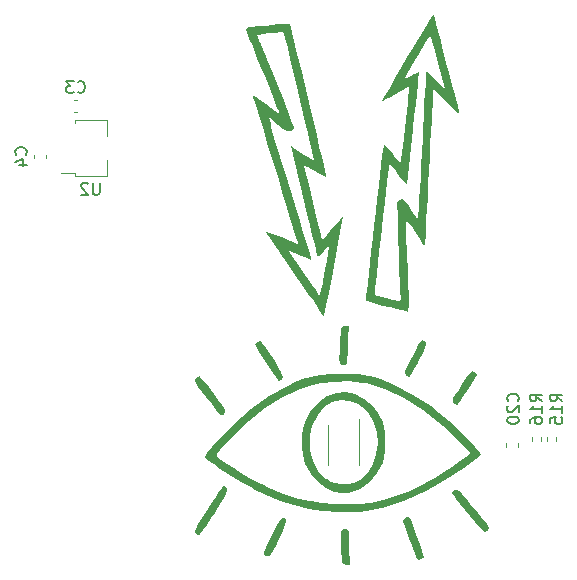
<source format=gbr>
%TF.GenerationSoftware,KiCad,Pcbnew,7.0.7*%
%TF.CreationDate,2023-09-10T20:13:10+02:00*%
%TF.ProjectId,Riddle_PCB,52696464-6c65-45f5-9043-422e6b696361,rev?*%
%TF.SameCoordinates,Original*%
%TF.FileFunction,Legend,Bot*%
%TF.FilePolarity,Positive*%
%FSLAX46Y46*%
G04 Gerber Fmt 4.6, Leading zero omitted, Abs format (unit mm)*
G04 Created by KiCad (PCBNEW 7.0.7) date 2023-09-10 20:13:10*
%MOMM*%
%LPD*%
G01*
G04 APERTURE LIST*
%ADD10C,0.150000*%
%ADD11C,0.120000*%
G04 APERTURE END LIST*
D10*
X129793904Y-83242819D02*
X129793904Y-84052342D01*
X129793904Y-84052342D02*
X129746285Y-84147580D01*
X129746285Y-84147580D02*
X129698666Y-84195200D01*
X129698666Y-84195200D02*
X129603428Y-84242819D01*
X129603428Y-84242819D02*
X129412952Y-84242819D01*
X129412952Y-84242819D02*
X129317714Y-84195200D01*
X129317714Y-84195200D02*
X129270095Y-84147580D01*
X129270095Y-84147580D02*
X129222476Y-84052342D01*
X129222476Y-84052342D02*
X129222476Y-83242819D01*
X128793904Y-83338057D02*
X128746285Y-83290438D01*
X128746285Y-83290438D02*
X128651047Y-83242819D01*
X128651047Y-83242819D02*
X128412952Y-83242819D01*
X128412952Y-83242819D02*
X128317714Y-83290438D01*
X128317714Y-83290438D02*
X128270095Y-83338057D01*
X128270095Y-83338057D02*
X128222476Y-83433295D01*
X128222476Y-83433295D02*
X128222476Y-83528533D01*
X128222476Y-83528533D02*
X128270095Y-83671390D01*
X128270095Y-83671390D02*
X128841523Y-84242819D01*
X128841523Y-84242819D02*
X128222476Y-84242819D01*
X167240819Y-101743142D02*
X166764628Y-101409809D01*
X167240819Y-101171714D02*
X166240819Y-101171714D01*
X166240819Y-101171714D02*
X166240819Y-101552666D01*
X166240819Y-101552666D02*
X166288438Y-101647904D01*
X166288438Y-101647904D02*
X166336057Y-101695523D01*
X166336057Y-101695523D02*
X166431295Y-101743142D01*
X166431295Y-101743142D02*
X166574152Y-101743142D01*
X166574152Y-101743142D02*
X166669390Y-101695523D01*
X166669390Y-101695523D02*
X166717009Y-101647904D01*
X166717009Y-101647904D02*
X166764628Y-101552666D01*
X166764628Y-101552666D02*
X166764628Y-101171714D01*
X167240819Y-102695523D02*
X167240819Y-102124095D01*
X167240819Y-102409809D02*
X166240819Y-102409809D01*
X166240819Y-102409809D02*
X166383676Y-102314571D01*
X166383676Y-102314571D02*
X166478914Y-102219333D01*
X166478914Y-102219333D02*
X166526533Y-102124095D01*
X166240819Y-103552666D02*
X166240819Y-103362190D01*
X166240819Y-103362190D02*
X166288438Y-103266952D01*
X166288438Y-103266952D02*
X166336057Y-103219333D01*
X166336057Y-103219333D02*
X166478914Y-103124095D01*
X166478914Y-103124095D02*
X166669390Y-103076476D01*
X166669390Y-103076476D02*
X167050342Y-103076476D01*
X167050342Y-103076476D02*
X167145580Y-103124095D01*
X167145580Y-103124095D02*
X167193200Y-103171714D01*
X167193200Y-103171714D02*
X167240819Y-103266952D01*
X167240819Y-103266952D02*
X167240819Y-103457428D01*
X167240819Y-103457428D02*
X167193200Y-103552666D01*
X167193200Y-103552666D02*
X167145580Y-103600285D01*
X167145580Y-103600285D02*
X167050342Y-103647904D01*
X167050342Y-103647904D02*
X166812247Y-103647904D01*
X166812247Y-103647904D02*
X166717009Y-103600285D01*
X166717009Y-103600285D02*
X166669390Y-103552666D01*
X166669390Y-103552666D02*
X166621771Y-103457428D01*
X166621771Y-103457428D02*
X166621771Y-103266952D01*
X166621771Y-103266952D02*
X166669390Y-103171714D01*
X166669390Y-103171714D02*
X166717009Y-103124095D01*
X166717009Y-103124095D02*
X166812247Y-103076476D01*
X168954819Y-101743142D02*
X168478628Y-101409809D01*
X168954819Y-101171714D02*
X167954819Y-101171714D01*
X167954819Y-101171714D02*
X167954819Y-101552666D01*
X167954819Y-101552666D02*
X168002438Y-101647904D01*
X168002438Y-101647904D02*
X168050057Y-101695523D01*
X168050057Y-101695523D02*
X168145295Y-101743142D01*
X168145295Y-101743142D02*
X168288152Y-101743142D01*
X168288152Y-101743142D02*
X168383390Y-101695523D01*
X168383390Y-101695523D02*
X168431009Y-101647904D01*
X168431009Y-101647904D02*
X168478628Y-101552666D01*
X168478628Y-101552666D02*
X168478628Y-101171714D01*
X168954819Y-102695523D02*
X168954819Y-102124095D01*
X168954819Y-102409809D02*
X167954819Y-102409809D01*
X167954819Y-102409809D02*
X168097676Y-102314571D01*
X168097676Y-102314571D02*
X168192914Y-102219333D01*
X168192914Y-102219333D02*
X168240533Y-102124095D01*
X167954819Y-103600285D02*
X167954819Y-103124095D01*
X167954819Y-103124095D02*
X168431009Y-103076476D01*
X168431009Y-103076476D02*
X168383390Y-103124095D01*
X168383390Y-103124095D02*
X168335771Y-103219333D01*
X168335771Y-103219333D02*
X168335771Y-103457428D01*
X168335771Y-103457428D02*
X168383390Y-103552666D01*
X168383390Y-103552666D02*
X168431009Y-103600285D01*
X168431009Y-103600285D02*
X168526247Y-103647904D01*
X168526247Y-103647904D02*
X168764342Y-103647904D01*
X168764342Y-103647904D02*
X168859580Y-103600285D01*
X168859580Y-103600285D02*
X168907200Y-103552666D01*
X168907200Y-103552666D02*
X168954819Y-103457428D01*
X168954819Y-103457428D02*
X168954819Y-103219333D01*
X168954819Y-103219333D02*
X168907200Y-103124095D01*
X168907200Y-103124095D02*
X168859580Y-103076476D01*
X165205580Y-101719142D02*
X165253200Y-101671523D01*
X165253200Y-101671523D02*
X165300819Y-101528666D01*
X165300819Y-101528666D02*
X165300819Y-101433428D01*
X165300819Y-101433428D02*
X165253200Y-101290571D01*
X165253200Y-101290571D02*
X165157961Y-101195333D01*
X165157961Y-101195333D02*
X165062723Y-101147714D01*
X165062723Y-101147714D02*
X164872247Y-101100095D01*
X164872247Y-101100095D02*
X164729390Y-101100095D01*
X164729390Y-101100095D02*
X164538914Y-101147714D01*
X164538914Y-101147714D02*
X164443676Y-101195333D01*
X164443676Y-101195333D02*
X164348438Y-101290571D01*
X164348438Y-101290571D02*
X164300819Y-101433428D01*
X164300819Y-101433428D02*
X164300819Y-101528666D01*
X164300819Y-101528666D02*
X164348438Y-101671523D01*
X164348438Y-101671523D02*
X164396057Y-101719142D01*
X164396057Y-102100095D02*
X164348438Y-102147714D01*
X164348438Y-102147714D02*
X164300819Y-102242952D01*
X164300819Y-102242952D02*
X164300819Y-102481047D01*
X164300819Y-102481047D02*
X164348438Y-102576285D01*
X164348438Y-102576285D02*
X164396057Y-102623904D01*
X164396057Y-102623904D02*
X164491295Y-102671523D01*
X164491295Y-102671523D02*
X164586533Y-102671523D01*
X164586533Y-102671523D02*
X164729390Y-102623904D01*
X164729390Y-102623904D02*
X165300819Y-102052476D01*
X165300819Y-102052476D02*
X165300819Y-102671523D01*
X164300819Y-103290571D02*
X164300819Y-103385809D01*
X164300819Y-103385809D02*
X164348438Y-103481047D01*
X164348438Y-103481047D02*
X164396057Y-103528666D01*
X164396057Y-103528666D02*
X164491295Y-103576285D01*
X164491295Y-103576285D02*
X164681771Y-103623904D01*
X164681771Y-103623904D02*
X164919866Y-103623904D01*
X164919866Y-103623904D02*
X165110342Y-103576285D01*
X165110342Y-103576285D02*
X165205580Y-103528666D01*
X165205580Y-103528666D02*
X165253200Y-103481047D01*
X165253200Y-103481047D02*
X165300819Y-103385809D01*
X165300819Y-103385809D02*
X165300819Y-103290571D01*
X165300819Y-103290571D02*
X165253200Y-103195333D01*
X165253200Y-103195333D02*
X165205580Y-103147714D01*
X165205580Y-103147714D02*
X165110342Y-103100095D01*
X165110342Y-103100095D02*
X164919866Y-103052476D01*
X164919866Y-103052476D02*
X164681771Y-103052476D01*
X164681771Y-103052476D02*
X164491295Y-103100095D01*
X164491295Y-103100095D02*
X164396057Y-103147714D01*
X164396057Y-103147714D02*
X164348438Y-103195333D01*
X164348438Y-103195333D02*
X164300819Y-103290571D01*
X123549580Y-80859333D02*
X123597200Y-80811714D01*
X123597200Y-80811714D02*
X123644819Y-80668857D01*
X123644819Y-80668857D02*
X123644819Y-80573619D01*
X123644819Y-80573619D02*
X123597200Y-80430762D01*
X123597200Y-80430762D02*
X123501961Y-80335524D01*
X123501961Y-80335524D02*
X123406723Y-80287905D01*
X123406723Y-80287905D02*
X123216247Y-80240286D01*
X123216247Y-80240286D02*
X123073390Y-80240286D01*
X123073390Y-80240286D02*
X122882914Y-80287905D01*
X122882914Y-80287905D02*
X122787676Y-80335524D01*
X122787676Y-80335524D02*
X122692438Y-80430762D01*
X122692438Y-80430762D02*
X122644819Y-80573619D01*
X122644819Y-80573619D02*
X122644819Y-80668857D01*
X122644819Y-80668857D02*
X122692438Y-80811714D01*
X122692438Y-80811714D02*
X122740057Y-80859333D01*
X122978152Y-81716476D02*
X123644819Y-81716476D01*
X122597200Y-81478381D02*
X123311485Y-81240286D01*
X123311485Y-81240286D02*
X123311485Y-81859333D01*
X127928666Y-75543580D02*
X127976285Y-75591200D01*
X127976285Y-75591200D02*
X128119142Y-75638819D01*
X128119142Y-75638819D02*
X128214380Y-75638819D01*
X128214380Y-75638819D02*
X128357237Y-75591200D01*
X128357237Y-75591200D02*
X128452475Y-75495961D01*
X128452475Y-75495961D02*
X128500094Y-75400723D01*
X128500094Y-75400723D02*
X128547713Y-75210247D01*
X128547713Y-75210247D02*
X128547713Y-75067390D01*
X128547713Y-75067390D02*
X128500094Y-74876914D01*
X128500094Y-74876914D02*
X128452475Y-74781676D01*
X128452475Y-74781676D02*
X128357237Y-74686438D01*
X128357237Y-74686438D02*
X128214380Y-74638819D01*
X128214380Y-74638819D02*
X128119142Y-74638819D01*
X128119142Y-74638819D02*
X127976285Y-74686438D01*
X127976285Y-74686438D02*
X127928666Y-74734057D01*
X127595332Y-74638819D02*
X126976285Y-74638819D01*
X126976285Y-74638819D02*
X127309618Y-75019771D01*
X127309618Y-75019771D02*
X127166761Y-75019771D01*
X127166761Y-75019771D02*
X127071523Y-75067390D01*
X127071523Y-75067390D02*
X127023904Y-75115009D01*
X127023904Y-75115009D02*
X126976285Y-75210247D01*
X126976285Y-75210247D02*
X126976285Y-75448342D01*
X126976285Y-75448342D02*
X127023904Y-75543580D01*
X127023904Y-75543580D02*
X127071523Y-75591200D01*
X127071523Y-75591200D02*
X127166761Y-75638819D01*
X127166761Y-75638819D02*
X127452475Y-75638819D01*
X127452475Y-75638819D02*
X127547713Y-75591200D01*
X127547713Y-75591200D02*
X127595332Y-75543580D01*
%TO.C,G\u002A\u002A\u002A*%
G36*
X145897785Y-69814612D02*
G01*
X145971831Y-70082707D01*
X146092611Y-70552364D01*
X146253453Y-71195598D01*
X146447685Y-71984422D01*
X146668636Y-72890856D01*
X146909635Y-73886913D01*
X147164008Y-74944607D01*
X147425086Y-76035957D01*
X147686196Y-77132976D01*
X147940668Y-78207680D01*
X148181830Y-79232087D01*
X148403009Y-80178209D01*
X148597535Y-81018062D01*
X148758736Y-81723665D01*
X148879940Y-82267029D01*
X148954476Y-82620171D01*
X148975674Y-82755109D01*
X148952742Y-82753616D01*
X148767715Y-82665554D01*
X148439582Y-82480769D01*
X148018628Y-82227009D01*
X147852004Y-82126080D01*
X147455311Y-81909448D01*
X147200022Y-81808911D01*
X147119688Y-81838950D01*
X147121012Y-81846061D01*
X147174459Y-82093209D01*
X147275622Y-82530265D01*
X147413839Y-83113527D01*
X147578449Y-83799300D01*
X147758788Y-84543884D01*
X147944193Y-85303582D01*
X148124004Y-86034696D01*
X148287556Y-86693527D01*
X148424187Y-87236378D01*
X148523236Y-87619551D01*
X148574041Y-87799345D01*
X148668689Y-88059389D01*
X149019700Y-87631321D01*
X149295757Y-87296758D01*
X149765048Y-86741057D01*
X150108039Y-86355021D01*
X150315179Y-86149183D01*
X150376921Y-86134077D01*
X150313051Y-86509313D01*
X150157567Y-87402424D01*
X149987516Y-88356072D01*
X149808809Y-89339200D01*
X149627359Y-90320745D01*
X149449080Y-91269650D01*
X149279884Y-92154853D01*
X149125682Y-92945295D01*
X148992389Y-93609915D01*
X148885917Y-94117654D01*
X148812178Y-94437451D01*
X148777086Y-94538249D01*
X148740616Y-94485888D01*
X148575451Y-94246310D01*
X148294838Y-93838240D01*
X147916331Y-93287232D01*
X147457480Y-92618843D01*
X146935838Y-91858624D01*
X146368957Y-91032132D01*
X146033831Y-90543480D01*
X145484203Y-89742263D01*
X145078765Y-89151442D01*
X144986515Y-89017012D01*
X144559103Y-88394437D01*
X144220303Y-87901239D01*
X143988452Y-87564129D01*
X143881886Y-87409808D01*
X143874535Y-87395562D01*
X143961524Y-87381895D01*
X144235844Y-87464570D01*
X144662724Y-87631500D01*
X145207395Y-87870599D01*
X146683687Y-88546810D01*
X146528098Y-88119334D01*
X146517489Y-88088763D01*
X146433941Y-87829632D01*
X146288252Y-87365126D01*
X146089521Y-86725029D01*
X145846847Y-85939127D01*
X145569327Y-85037201D01*
X145266061Y-84049039D01*
X144946146Y-83004422D01*
X144618680Y-81933137D01*
X144292761Y-80864966D01*
X143977489Y-79829694D01*
X143681960Y-78857106D01*
X143415274Y-77976985D01*
X143186529Y-77219115D01*
X143004822Y-76613281D01*
X142879252Y-76189269D01*
X142818918Y-75976859D01*
X142810934Y-75893340D01*
X142880005Y-75868802D01*
X143065956Y-75968338D01*
X143393559Y-76206325D01*
X143887587Y-76597142D01*
X144265163Y-76894217D01*
X144678129Y-77191519D01*
X144925576Y-77327341D01*
X144997671Y-77295498D01*
X144967850Y-77196652D01*
X144850892Y-76878979D01*
X144659183Y-76386502D01*
X144406665Y-75754388D01*
X144107282Y-75017800D01*
X143774978Y-74211903D01*
X143566411Y-73708422D01*
X143231667Y-72895626D01*
X142927467Y-72151361D01*
X142670650Y-71517087D01*
X142478059Y-71034265D01*
X142366532Y-70744355D01*
X142366176Y-70743282D01*
X143138907Y-70743282D01*
X143179337Y-70929698D01*
X143301638Y-71233993D01*
X143334950Y-71306932D01*
X143529024Y-71749352D01*
X143778099Y-72337737D01*
X144068361Y-73037475D01*
X144385998Y-73813953D01*
X144717197Y-74632558D01*
X145048146Y-75458677D01*
X145365032Y-76257699D01*
X145654042Y-76995010D01*
X145901364Y-77635998D01*
X146093184Y-78146049D01*
X146215691Y-78490553D01*
X146255072Y-78634893D01*
X146185573Y-78742472D01*
X145961532Y-78879669D01*
X145882422Y-78896015D01*
X145660073Y-78846328D01*
X145346340Y-78657182D01*
X144899591Y-78306092D01*
X144099784Y-77639158D01*
X144261348Y-78303932D01*
X144296135Y-78434986D01*
X144408811Y-78828900D01*
X144582863Y-79419327D01*
X144809656Y-80177585D01*
X145080551Y-81074994D01*
X145386913Y-82082871D01*
X145720103Y-83172533D01*
X146071487Y-84315298D01*
X146314921Y-85106386D01*
X146640991Y-86171304D01*
X146936602Y-87142903D01*
X147194289Y-87996303D01*
X147406586Y-88706624D01*
X147566027Y-89248988D01*
X147665146Y-89598514D01*
X147696477Y-89730323D01*
X147677494Y-89735444D01*
X147490530Y-89682886D01*
X147148867Y-89549009D01*
X146707068Y-89354537D01*
X145741245Y-88910318D01*
X147037832Y-90796109D01*
X147419013Y-91350234D01*
X147796138Y-91897860D01*
X148102530Y-92342114D01*
X148313820Y-92647671D01*
X148405644Y-92779203D01*
X148411737Y-92782323D01*
X148462179Y-92664489D01*
X148546176Y-92320060D01*
X148664696Y-91744141D01*
X148818710Y-90931832D01*
X149009185Y-89878238D01*
X149237094Y-88578460D01*
X149201853Y-88572909D01*
X149044945Y-88710733D01*
X148801888Y-88975349D01*
X148608381Y-89191065D01*
X148392335Y-89406693D01*
X148284645Y-89479140D01*
X148282656Y-89476718D01*
X148234546Y-89324208D01*
X148135568Y-88954908D01*
X147992532Y-88396025D01*
X147812246Y-87674769D01*
X147601517Y-86818346D01*
X147367155Y-85853967D01*
X147115969Y-84808839D01*
X146006047Y-80165935D01*
X146621751Y-80541772D01*
X146858365Y-80687102D01*
X147287023Y-80953999D01*
X147622723Y-81167273D01*
X147689663Y-81209771D01*
X147906901Y-81331139D01*
X147980772Y-81342151D01*
X147965181Y-81281747D01*
X147896796Y-81000762D01*
X147780050Y-80514622D01*
X147621041Y-79848910D01*
X147425865Y-79029212D01*
X147200619Y-78081111D01*
X146951401Y-77030195D01*
X146684310Y-75902045D01*
X146509377Y-75165514D01*
X146250503Y-74086647D01*
X146011292Y-73102849D01*
X145798093Y-72239500D01*
X145617254Y-71521979D01*
X145475127Y-70975665D01*
X145378060Y-70625938D01*
X145332402Y-70498177D01*
X145313020Y-70494161D01*
X145101235Y-70497553D01*
X144721013Y-70527022D01*
X144238549Y-70577750D01*
X144106320Y-70593316D01*
X143645240Y-70649645D01*
X143304866Y-70694402D01*
X143151033Y-70719035D01*
X143138907Y-70743282D01*
X142366176Y-70743282D01*
X142290426Y-70515107D01*
X142223080Y-70229107D01*
X142235137Y-70104857D01*
X142374284Y-70080485D01*
X142715234Y-70038427D01*
X143196016Y-69986443D01*
X143760572Y-69929812D01*
X144352848Y-69873815D01*
X144916788Y-69823731D01*
X145396338Y-69784839D01*
X145735441Y-69762420D01*
X145878042Y-69761751D01*
X145897785Y-69814612D01*
G37*
G36*
X159766785Y-75436039D02*
G01*
X159955488Y-76167252D01*
X160105172Y-76746582D01*
X160207742Y-77142660D01*
X160255101Y-77324122D01*
X160257136Y-77340023D01*
X160170719Y-77323114D01*
X159941219Y-77151602D01*
X159597176Y-76848737D01*
X159167129Y-76437769D01*
X158011147Y-75297417D01*
X158011147Y-75752328D01*
X158010660Y-75784683D01*
X158000542Y-76056762D01*
X157978574Y-76543084D01*
X157946394Y-77212548D01*
X157905639Y-78034054D01*
X157857945Y-78976504D01*
X157804951Y-80008796D01*
X157748293Y-81099832D01*
X157689609Y-82218511D01*
X157630537Y-83333734D01*
X157572712Y-84414401D01*
X157517773Y-85429412D01*
X157467357Y-86347667D01*
X157423100Y-87138067D01*
X157386642Y-87769512D01*
X157359618Y-88210901D01*
X157343665Y-88431136D01*
X157322602Y-88512349D01*
X157249304Y-88511783D01*
X157108611Y-88354651D01*
X156882161Y-88018970D01*
X156551594Y-87482754D01*
X156298394Y-87074457D01*
X156012016Y-86653841D01*
X155825946Y-86441579D01*
X155747308Y-86446843D01*
X155741523Y-86549928D01*
X155742777Y-86888445D01*
X155754488Y-87416790D01*
X155775581Y-88097149D01*
X155804981Y-88891710D01*
X155841612Y-89762661D01*
X155865400Y-90307112D01*
X155901964Y-91185380D01*
X155933265Y-91988803D01*
X155957659Y-92672662D01*
X155973501Y-93192236D01*
X155979147Y-93502807D01*
X155972256Y-93744259D01*
X155937723Y-94036045D01*
X155883897Y-94148678D01*
X155744806Y-94123989D01*
X155410033Y-94046899D01*
X154940466Y-93931311D01*
X154390588Y-93791437D01*
X153814878Y-93641486D01*
X153267818Y-93495671D01*
X152803887Y-93368202D01*
X152477567Y-93273289D01*
X152343337Y-93225145D01*
X152342864Y-93168720D01*
X152364977Y-92891467D01*
X152381747Y-92719751D01*
X153107943Y-92719751D01*
X153124782Y-92730154D01*
X153324956Y-92799401D01*
X153692326Y-92901753D01*
X154163044Y-93019097D01*
X154292623Y-93049694D01*
X154745162Y-93154461D01*
X155080317Y-93228818D01*
X155233297Y-93258284D01*
X155252985Y-93239647D01*
X155278751Y-93050645D01*
X155267901Y-92722872D01*
X155261544Y-92642939D01*
X155230491Y-92160823D01*
X155197677Y-91522733D01*
X155164244Y-90765919D01*
X155131334Y-89927630D01*
X155100088Y-89045116D01*
X155071647Y-88155627D01*
X155047153Y-87296411D01*
X155027748Y-86504718D01*
X155014572Y-85817797D01*
X155008768Y-85272899D01*
X155011476Y-84907272D01*
X155023838Y-84758167D01*
X155125940Y-84680846D01*
X155383393Y-84628550D01*
X155463323Y-84640247D01*
X155655269Y-84762985D01*
X155885390Y-85048027D01*
X156185116Y-85530741D01*
X156708584Y-86431004D01*
X156784130Y-85751063D01*
X156796264Y-85616014D01*
X156825110Y-85207319D01*
X156863492Y-84592970D01*
X156909716Y-83802872D01*
X156962090Y-82866932D01*
X157018918Y-81815056D01*
X157078508Y-80677151D01*
X157139164Y-79483122D01*
X157180979Y-78656484D01*
X157238797Y-77544266D01*
X157293320Y-76530156D01*
X157343053Y-75640088D01*
X157386503Y-74899995D01*
X157422177Y-74335808D01*
X157448581Y-73973460D01*
X157464221Y-73838884D01*
X157483810Y-73840564D01*
X157641523Y-73953898D01*
X157916793Y-74196557D01*
X158265434Y-74530405D01*
X159021079Y-75278165D01*
X158447665Y-73062643D01*
X158278994Y-72411564D01*
X158111911Y-71767979D01*
X157975941Y-71245725D01*
X157881900Y-70886330D01*
X157840600Y-70731325D01*
X157835941Y-70726309D01*
X157748240Y-70819785D01*
X157551507Y-71114713D01*
X157243158Y-71615364D01*
X156820607Y-72326009D01*
X156281268Y-73250917D01*
X155622554Y-74394359D01*
X155653771Y-74411629D01*
X155848355Y-74335782D01*
X156167258Y-74170255D01*
X156422874Y-74033731D01*
X156699640Y-73904999D01*
X156825614Y-73873754D01*
X156826654Y-73876710D01*
X156819701Y-74036477D01*
X156786402Y-74417358D01*
X156729663Y-74991457D01*
X156652392Y-75730878D01*
X156557499Y-76607726D01*
X156447890Y-77594102D01*
X156326473Y-78662112D01*
X155781492Y-83404630D01*
X155331463Y-82840876D01*
X155158824Y-82623383D01*
X154847302Y-82225973D01*
X154604791Y-81910744D01*
X154556423Y-81847914D01*
X154393796Y-81659566D01*
X154328147Y-81623953D01*
X154322138Y-81686046D01*
X154290297Y-81973475D01*
X154233732Y-82470227D01*
X154155465Y-83150176D01*
X154058517Y-83987194D01*
X153945909Y-84955156D01*
X153820663Y-86027932D01*
X153685797Y-87179396D01*
X153598271Y-87931340D01*
X153472539Y-89033683D01*
X153360845Y-90039966D01*
X153265904Y-90924167D01*
X153190430Y-91660267D01*
X153137136Y-92222244D01*
X153108735Y-92584079D01*
X153107943Y-92719751D01*
X152381747Y-92719751D01*
X152412113Y-92408825D01*
X152480970Y-91749372D01*
X152568246Y-90941688D01*
X152670638Y-90014349D01*
X152784845Y-88995936D01*
X152907565Y-87915027D01*
X153035496Y-86800200D01*
X153165335Y-85680034D01*
X153293780Y-84583108D01*
X153417530Y-83537999D01*
X153533282Y-82573287D01*
X153637734Y-81717551D01*
X153727585Y-80999368D01*
X153799532Y-80447318D01*
X153850273Y-80089980D01*
X153876505Y-79955930D01*
X153897543Y-79965176D01*
X154041293Y-80111211D01*
X154286437Y-80397080D01*
X154595213Y-80779511D01*
X154717269Y-80931342D01*
X155015946Y-81270586D01*
X155221453Y-81452374D01*
X155307216Y-81451622D01*
X155308404Y-81444487D01*
X155342710Y-81193964D01*
X155397130Y-80748666D01*
X155466736Y-80153306D01*
X155546601Y-79452590D01*
X155631801Y-78691231D01*
X155717409Y-77913936D01*
X155798498Y-77165415D01*
X155870143Y-76490378D01*
X155927417Y-75933534D01*
X155965394Y-75539593D01*
X155979147Y-75353265D01*
X155979147Y-75076532D01*
X155502897Y-75358732D01*
X155129061Y-75578701D01*
X154498010Y-75940382D01*
X154043672Y-76185828D01*
X153778624Y-76308406D01*
X153715439Y-76301484D01*
X153903795Y-75970722D01*
X154355364Y-75184651D01*
X154841327Y-74346676D01*
X155345506Y-73483960D01*
X155851721Y-72623668D01*
X156343793Y-71792964D01*
X156805543Y-71019014D01*
X157220792Y-70328982D01*
X157573360Y-69750032D01*
X157847068Y-69309329D01*
X158025737Y-69034038D01*
X158093188Y-68951322D01*
X158109550Y-69012998D01*
X158182814Y-69294618D01*
X158306936Y-69774053D01*
X158474160Y-70421288D01*
X158676736Y-71206305D01*
X158906909Y-72099089D01*
X159156926Y-73069622D01*
X159304713Y-73643425D01*
X159547162Y-74584307D01*
X159726076Y-75278165D01*
X159766785Y-75436039D01*
G37*
G36*
X150612959Y-112532909D02*
G01*
X150755095Y-112550061D01*
X150841742Y-112631912D01*
X150886766Y-112829484D01*
X150904030Y-113193797D01*
X150907401Y-113775873D01*
X150909487Y-114036175D01*
X150925575Y-114600114D01*
X150953932Y-115055158D01*
X150990271Y-115321375D01*
X151013051Y-115421671D01*
X150975032Y-115585494D01*
X150735327Y-115623756D01*
X150629919Y-115617145D01*
X150460217Y-115546922D01*
X150346689Y-115367499D01*
X150278565Y-115039061D01*
X150245073Y-114521791D01*
X150235443Y-113775873D01*
X150235246Y-113612703D01*
X150239108Y-113087863D01*
X150260758Y-112768470D01*
X150313913Y-112603501D01*
X150412284Y-112541935D01*
X150569587Y-112532751D01*
X150612959Y-112532909D01*
G37*
G36*
X155972411Y-111554125D02*
G01*
X156136873Y-111770652D01*
X156200867Y-111941743D01*
X156437495Y-112587428D01*
X156671665Y-113243743D01*
X156885288Y-113858120D01*
X157060272Y-114377990D01*
X157178529Y-114750783D01*
X157221968Y-114923930D01*
X157186443Y-115007165D01*
X156986783Y-115120324D01*
X156854670Y-115136876D01*
X156668940Y-115096580D01*
X156651684Y-115070587D01*
X156551722Y-114845844D01*
X156395227Y-114446800D01*
X156203730Y-113933609D01*
X155998764Y-113366427D01*
X155801864Y-112805406D01*
X155634560Y-112310701D01*
X155518387Y-111942467D01*
X155474878Y-111760858D01*
X155529093Y-111665105D01*
X155751038Y-111551141D01*
X155972411Y-111554125D01*
G37*
G36*
X145410562Y-111606046D02*
G01*
X145537517Y-111715171D01*
X145565211Y-111909021D01*
X145487045Y-112225815D01*
X145296423Y-112703774D01*
X144986745Y-113381117D01*
X144712832Y-113952120D01*
X144469363Y-114419548D01*
X144288078Y-114702099D01*
X144146610Y-114833820D01*
X144022592Y-114848762D01*
X143885894Y-114800821D01*
X143718279Y-114687320D01*
X143719071Y-114609953D01*
X143809563Y-114332529D01*
X143986446Y-113915682D01*
X144221825Y-113414434D01*
X144487801Y-112883810D01*
X144756479Y-112378832D01*
X144999963Y-111954524D01*
X145190354Y-111665909D01*
X145299757Y-111568012D01*
X145410562Y-111606046D01*
G37*
G36*
X140361641Y-108947481D02*
G01*
X140552176Y-109099451D01*
X140591409Y-109179576D01*
X140580900Y-109335076D01*
X140485978Y-109579802D01*
X140290251Y-109947208D01*
X139977327Y-110470750D01*
X139530812Y-111183882D01*
X139240141Y-111635875D01*
X138860343Y-112204439D01*
X138540456Y-112657770D01*
X138307482Y-112957986D01*
X138188424Y-113067204D01*
X138102288Y-113049100D01*
X137894064Y-112898223D01*
X137875171Y-112781876D01*
X137955413Y-112540086D01*
X138153074Y-112153914D01*
X138480983Y-111598506D01*
X138951971Y-110849009D01*
X139244031Y-110396587D01*
X139621972Y-109824369D01*
X139936204Y-109364110D01*
X140160266Y-109054332D01*
X140267695Y-108933558D01*
X140361641Y-108947481D01*
G37*
G36*
X160255880Y-109336014D02*
G01*
X160284157Y-109367049D01*
X160473876Y-109585623D01*
X160788090Y-109954324D01*
X161190529Y-110430454D01*
X161644927Y-110971314D01*
X162124558Y-111553369D01*
X162468123Y-111998145D01*
X162668365Y-112303697D01*
X162744904Y-112500146D01*
X162717362Y-112617610D01*
X162621354Y-112707897D01*
X162413184Y-112793267D01*
X162398972Y-112788700D01*
X162237230Y-112651015D01*
X161953894Y-112354298D01*
X161585894Y-111942563D01*
X161170160Y-111459823D01*
X160743621Y-110950093D01*
X160343208Y-110457384D01*
X160005849Y-110025712D01*
X159768475Y-109699089D01*
X159668016Y-109521528D01*
X159667414Y-109438625D01*
X159800597Y-109282848D01*
X160035271Y-109236489D01*
X160255880Y-109336014D01*
G37*
G36*
X162083271Y-106214174D02*
G01*
X161650207Y-106584838D01*
X160638863Y-107390712D01*
X159077788Y-108444644D01*
X157424848Y-109363494D01*
X155733666Y-110121238D01*
X154057865Y-110691851D01*
X152451069Y-111049308D01*
X151755250Y-111116484D01*
X150855288Y-111137265D01*
X149863350Y-111111868D01*
X148866847Y-111044450D01*
X147953193Y-110939165D01*
X147209799Y-110800168D01*
X145086527Y-110152105D01*
X142963628Y-109232213D01*
X142572343Y-109025655D01*
X141969534Y-108681766D01*
X141307656Y-108282846D01*
X140635449Y-107860295D01*
X140001653Y-107445508D01*
X139455006Y-107069884D01*
X139044248Y-106764821D01*
X138818119Y-106561715D01*
X138755265Y-106430392D01*
X138786672Y-106302289D01*
X139708708Y-106302289D01*
X139744157Y-106409608D01*
X139789089Y-106457394D01*
X140082641Y-106695936D01*
X140548587Y-107020385D01*
X141136274Y-107399555D01*
X141795048Y-107802262D01*
X142474257Y-108197321D01*
X143123245Y-108553544D01*
X143691361Y-108839748D01*
X143938903Y-108955062D01*
X145191071Y-109486510D01*
X146369347Y-109886608D01*
X147582695Y-110193256D01*
X147680764Y-110213593D01*
X148617946Y-110353226D01*
X149689703Y-110435769D01*
X150797290Y-110458844D01*
X151841964Y-110420072D01*
X152724981Y-110317078D01*
X152746297Y-110313283D01*
X153781673Y-110074918D01*
X154925649Y-109723577D01*
X156067314Y-109296928D01*
X157095757Y-108832640D01*
X157516622Y-108604999D01*
X158180329Y-108211003D01*
X158915609Y-107746890D01*
X159645709Y-107262603D01*
X160293872Y-106808083D01*
X160783344Y-106433271D01*
X161186518Y-106099536D01*
X160312973Y-105206487D01*
X158836631Y-103807334D01*
X157207127Y-102516754D01*
X155575884Y-101489527D01*
X153945763Y-100727435D01*
X152319626Y-100232258D01*
X151975316Y-100166327D01*
X150871468Y-100060424D01*
X149679955Y-100073695D01*
X148511938Y-100201398D01*
X147478582Y-100438790D01*
X146556079Y-100770587D01*
X145170041Y-101441683D01*
X143794509Y-102324553D01*
X142404865Y-103435675D01*
X140976492Y-104791530D01*
X140738463Y-105035162D01*
X140259664Y-105537530D01*
X139943648Y-105896204D01*
X139767600Y-106141139D01*
X139708708Y-106302289D01*
X138786672Y-106302289D01*
X138798374Y-106254561D01*
X138977272Y-105988010D01*
X139317860Y-105579851D01*
X139586076Y-105275035D01*
X141079684Y-103731768D01*
X142614184Y-102396614D01*
X144165273Y-101289157D01*
X145708653Y-100428986D01*
X146157451Y-100220860D01*
X146968394Y-99889481D01*
X147720285Y-99662416D01*
X148494480Y-99522578D01*
X149372332Y-99452880D01*
X150435196Y-99436235D01*
X151167821Y-99442244D01*
X151755353Y-99461969D01*
X152219838Y-99505896D01*
X152636341Y-99584689D01*
X153079923Y-99709013D01*
X153625650Y-99889534D01*
X154725705Y-100318092D01*
X156364953Y-101164883D01*
X157992946Y-102262666D01*
X158547824Y-102699481D01*
X159374398Y-103405781D01*
X160197751Y-104164732D01*
X160944895Y-104908361D01*
X161542847Y-105568696D01*
X161987291Y-106099536D01*
X162083271Y-106214174D01*
G37*
G36*
X138277099Y-99645713D02*
G01*
X138417324Y-99796589D01*
X138679347Y-100112592D01*
X139031008Y-100554223D01*
X139440150Y-101081985D01*
X139850840Y-101622169D01*
X140158001Y-102044194D01*
X140338300Y-102329777D01*
X140412294Y-102517909D01*
X140400539Y-102647584D01*
X140323590Y-102757794D01*
X140293985Y-102791416D01*
X140211991Y-102882101D01*
X140134595Y-102918914D01*
X140033189Y-102875736D01*
X139879168Y-102726452D01*
X139643927Y-102444944D01*
X139298857Y-102005095D01*
X138815355Y-101380787D01*
X138487556Y-100955343D01*
X138153488Y-100506384D01*
X137953509Y-100203601D01*
X137867462Y-100009931D01*
X137875190Y-99888314D01*
X137956538Y-99801687D01*
X138108606Y-99702535D01*
X138264850Y-99638424D01*
X138277099Y-99645713D01*
G37*
G36*
X161526284Y-99230016D02*
G01*
X161678677Y-99356732D01*
X161708852Y-99537113D01*
X161650969Y-99634951D01*
X161468755Y-99933736D01*
X161202409Y-100365711D01*
X160886723Y-100874285D01*
X160659490Y-101232339D01*
X160378303Y-101654174D01*
X160169206Y-101942114D01*
X160065773Y-102048153D01*
X159910369Y-102008760D01*
X159713227Y-101830098D01*
X159679381Y-101606511D01*
X159732862Y-101500217D01*
X159913499Y-101190061D01*
X160182782Y-100751980D01*
X160505336Y-100244316D01*
X160845419Y-99726703D01*
X161084931Y-99397442D01*
X161254777Y-99228224D01*
X161390160Y-99184073D01*
X161526284Y-99230016D01*
G37*
G36*
X143434597Y-96664837D02*
G01*
X143582071Y-96784886D01*
X143783913Y-97040735D01*
X144067764Y-97464142D01*
X144461268Y-98086865D01*
X144522261Y-98184740D01*
X144897878Y-98800510D01*
X145142392Y-99235932D01*
X145272892Y-99528378D01*
X145306472Y-99715221D01*
X145260223Y-99833834D01*
X145152831Y-99943056D01*
X144990764Y-100034338D01*
X144917754Y-99960248D01*
X144728281Y-99701922D01*
X144458588Y-99306621D01*
X144141185Y-98825010D01*
X143808586Y-98307751D01*
X143493301Y-97805507D01*
X143227845Y-97368942D01*
X143044729Y-97048719D01*
X142976465Y-96895502D01*
X143029367Y-96820688D01*
X143236187Y-96679399D01*
X143313848Y-96648832D01*
X143434597Y-96664837D01*
G37*
G36*
X157129941Y-96559585D02*
G01*
X157354477Y-96670542D01*
X157422288Y-96757799D01*
X157417305Y-96921898D01*
X157325092Y-97202295D01*
X157132390Y-97639185D01*
X156825941Y-98272763D01*
X156731513Y-98463484D01*
X156445773Y-99024360D01*
X156240316Y-99385371D01*
X156089925Y-99581396D01*
X155969386Y-99647317D01*
X155853485Y-99618015D01*
X155713651Y-99519218D01*
X155609270Y-99355210D01*
X155609286Y-99353894D01*
X155668491Y-99168905D01*
X155822181Y-98820092D01*
X156040476Y-98365584D01*
X156293495Y-97863514D01*
X156551358Y-97372011D01*
X156784184Y-96949206D01*
X156962093Y-96653231D01*
X157055204Y-96542216D01*
X157129941Y-96559585D01*
G37*
G36*
X150859095Y-96439365D02*
G01*
X150852522Y-96525425D01*
X150811973Y-97135714D01*
X150783168Y-97704741D01*
X150771980Y-98119259D01*
X150771258Y-98224991D01*
X150744497Y-98532737D01*
X150646973Y-98663295D01*
X150435196Y-98690423D01*
X150372221Y-98689429D01*
X150191687Y-98644626D01*
X150115384Y-98479159D01*
X150100022Y-98119259D01*
X150100333Y-98072570D01*
X150114469Y-97628339D01*
X150145361Y-97046189D01*
X150187137Y-96439365D01*
X150224951Y-95984339D01*
X150271976Y-95617736D01*
X150338085Y-95422410D01*
X150443745Y-95344622D01*
X150609425Y-95330635D01*
X150945404Y-95330635D01*
X150859095Y-96439365D01*
G37*
G36*
X153966735Y-105477195D02*
G01*
X153939788Y-105928051D01*
X153870595Y-106490121D01*
X153751684Y-106937316D01*
X153562841Y-107364072D01*
X153313103Y-107792651D01*
X152648108Y-108571850D01*
X151821264Y-109137208D01*
X150838370Y-109484213D01*
X150383574Y-109526483D01*
X149664419Y-109397474D01*
X148941386Y-109066215D01*
X148263481Y-108564168D01*
X147679704Y-107922790D01*
X147239060Y-107173540D01*
X147193760Y-107064997D01*
X146986951Y-106301211D01*
X146908282Y-105557679D01*
X147578613Y-105557679D01*
X147615899Y-105887842D01*
X147871265Y-106812233D01*
X148319690Y-107632695D01*
X148928289Y-108282826D01*
X149024206Y-108357588D01*
X149367868Y-108570119D01*
X149744793Y-108680883D01*
X150272204Y-108728780D01*
X150854627Y-108729501D01*
X151369116Y-108634626D01*
X151811975Y-108402155D01*
X152283944Y-107995361D01*
X152484495Y-107778371D01*
X152947020Y-107034734D01*
X153228916Y-106169126D01*
X153327748Y-105241055D01*
X153241082Y-104310028D01*
X152966482Y-103435555D01*
X152501515Y-102677144D01*
X152354244Y-102510170D01*
X151699462Y-101986731D01*
X150978137Y-101701984D01*
X150231558Y-101653712D01*
X149501011Y-101839694D01*
X148827782Y-102257711D01*
X148253160Y-102905543D01*
X148163835Y-103042599D01*
X147774362Y-103817108D01*
X147587219Y-104624284D01*
X147578613Y-105557679D01*
X146908282Y-105557679D01*
X146893887Y-105421622D01*
X146920082Y-104538142D01*
X147071048Y-103762685D01*
X147238339Y-103309599D01*
X147717574Y-102458871D01*
X148330216Y-101790791D01*
X149042476Y-101314728D01*
X149820565Y-101040048D01*
X150630695Y-100976117D01*
X151439077Y-101132303D01*
X152211923Y-101517972D01*
X152915444Y-102142492D01*
X153366854Y-102737726D01*
X153747959Y-103526927D01*
X153941668Y-104420252D01*
X153961135Y-105241055D01*
X153966735Y-105477195D01*
G37*
D11*
%TO.C,U7*%
X149140000Y-107149000D02*
X149140000Y-103709000D01*
X151720000Y-103209000D02*
X151720000Y-107149000D01*
%TO.C,U2*%
X130392000Y-82648000D02*
X130392000Y-81338000D01*
X127672000Y-82648000D02*
X130392000Y-82648000D01*
X127672000Y-82648000D02*
X127672000Y-82418000D01*
X130392000Y-79238000D02*
X130392000Y-77928000D01*
X126532000Y-82418000D02*
X127672000Y-82418000D01*
X127672000Y-77928000D02*
X127672000Y-78158000D01*
X130392000Y-77928000D02*
X127672000Y-77928000D01*
%TO.C,R16*%
X166390000Y-105117621D02*
X166390000Y-104782379D01*
X167150000Y-105117621D02*
X167150000Y-104782379D01*
%TO.C,R15*%
X168420000Y-104782379D02*
X168420000Y-105117621D01*
X167660000Y-104782379D02*
X167660000Y-105117621D01*
%TO.C,C20*%
X164228000Y-105604267D02*
X164228000Y-105311733D01*
X165248000Y-105604267D02*
X165248000Y-105311733D01*
%TO.C,C4*%
X125224000Y-81172267D02*
X125224000Y-80879733D01*
X124204000Y-81172267D02*
X124204000Y-80879733D01*
%TO.C,C3*%
X127615733Y-77218000D02*
X127908267Y-77218000D01*
X127615733Y-76198000D02*
X127908267Y-76198000D01*
%TD*%
M02*

</source>
